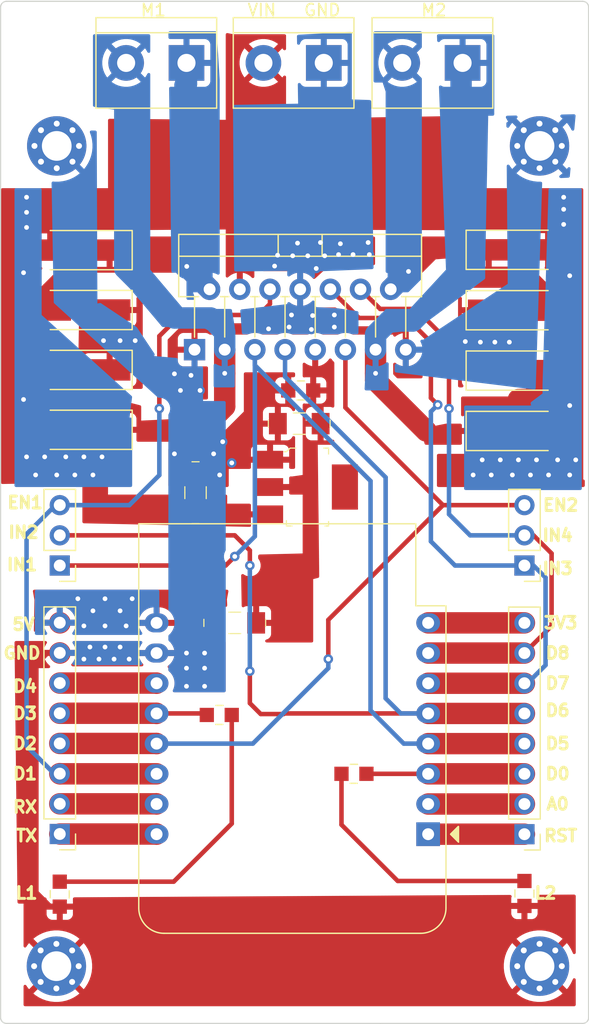
<source format=kicad_pcb>
(kicad_pcb (version 20241229) (generator "pcbnew") (generator_version "9.0")
  (layers (0 "F.Cu" signal) (2 "B.Cu" signal) (13 "F.Paste" user) (15 "B.Paste" user) (5 "F.SilkS" user "F.Silkscreen") (7 "B.SilkS" user "B.Silkscreen") (1 "F.Mask" user) (3 "B.Mask" user) (25 "Edge.Cuts" user))
  (net 0 "")
  (net 1 "GND")
  (net 2 "5V")
  (net 3 "Net-(D2-Pad1)")
  (net 4 "12_Vin")
  (net 5 "Net-(D4-Pad1)")
  (net 6 "Net-(D6-Pad1)")
  (net 7 "Net-(D8-Pad1)")
  (net 8 "Net-(D10-Pad2)")
  (net 9 "Net-(D11-Pad2)")
  (net 10 "IN1{slash}D5")
  (net 11 "IN2{slash}D6")
  (net 12 "EN1{slash}D1")
  (net 13 "IN3{slash}D7")
  (net 14 "IN4{slash}D8")
  (net 15 "EN2{slash}D2")
  (net 16 "RST")
  (net 17 "A0")
  (net 18 "D0")
  (net 19 "3V3")
  (net 20 "TX")
  (net 21 "RX")
  (net 22 "D3")
  (net 23 "D4")
  (net 24 "5V_MD")
  (footprint "Connector_PinHeader_2.54mm:PinHeader_1x08_P2.54mm_Vertical" (layer "F.Cu") (at 93.98 116.063 180)
    (property "Reference" "J11" (hide yes))
    (property "Value" "Conn_01x08_Female" (hide yes))
  )
  (footprint "digikey-footprints:SOT-223" (layer "F.Cu") (at 114.833 86.868 -90)
    (property "Reference" "U6" (hide yes))
    (property "Value" "AMS1117-5.0" (hide yes))
  )
  (footprint "Diode_SMD:D_SMA_Handsoldering" (layer "F.Cu") (at 132.588 66.91)
    (property "Reference" "D8" (hide yes))
    (property "Value" "DIODE" (hide yes))
  )
  (footprint "TerminalBlock:TerminalBlock_bornier-2_P5.08mm" (layer "F.Cu") (at 116.205 51.181 180)
    (property "Reference" "J13" (hide yes))
    (property "Value" "Screw_Terminal_01x02" (hide yes))
  )
  (footprint "Diode_SMD:D_SMA_Handsoldering" (layer "F.Cu") (at 95.678 82.05169 180)
    (property "Reference" "D4" (hide yes))
    (property "Value" "DIODE" (hide yes))
  )
  (footprint "Diode_SMD:D_SMA_Handsoldering" (layer "F.Cu") (at 132.588 82.15)
    (property "Reference" "D6" (hide yes))
    (property "Value" "DIODE" (hide yes))
  )
  (footprint "Module:WEMOS_D1_mini_light" (layer "F.Cu") (at 124.991 116.078 180)
    (property "Reference" "U4" (hide yes))
    (property "Value" "WeMos_D1_mini" (hide yes))
  )
  (footprint "Package_TO_SOT_THT:TO-220-15_P2.54x2.54mm_StaggerOdd_Lead4.58mm_Vertical" (layer "F.Cu") (at 105.325 75.309)
    (property "Reference" "U2" (hide yes))
    (property "Value" "L298N" (hide yes))
  )
  (footprint "MountingHole:MountingHole_2.5mm_Pad_Via" (layer "F.Cu") (at 134.366 58.166)
    (property "Reference" "REF**" (hide yes))
    (property "Value" "MountingHole_2.5mm_Pad_Via" (hide yes))
  )
  (footprint "digikey-footprints:0805" (layer "F.Cu") (at 107.408 106.045 180)
    (property "Reference" "R12" (hide yes))
    (property "Value" "1k" (hide yes))
  )
  (footprint "MountingHole:MountingHole_2.5mm_Pad_Via" (layer "F.Cu") (at 134.366 127.182825)
    (property "Reference" "REF**" (hide yes))
    (property "Value" "MountingHole_2.5mm_Pad_Via" (hide yes))
  )
  (footprint "Diode_SMD:D_SMA_Handsoldering" (layer "F.Cu") (at 132.588 71.99)
    (property "Reference" "D9" (hide yes))
    (property "Value" "DIODE" (hide yes))
  )
  (footprint "Diode_SMD:D_SMA_Handsoldering" (layer "F.Cu") (at 95.678 71.97323 180)
    (property "Reference" "D3" (hide yes))
    (property "Value" "DIODE" (hide yes))
  )
  (footprint "MountingHole:MountingHole_2.5mm_Pad_Via" (layer "F.Cu") (at 93.696 127.182825)
    (property "Reference" "REF**" (hide yes))
    (property "Value" "MountingHole_2.5mm_Pad_Via" (hide yes))
  )
  (footprint "digikey-footprints:1206" (layer "F.Cu") (at 114.139 81.534 180)
    (property "Reference" "C7" (hide yes))
    (property "Value" "47uF" (hide yes))
  )
  (footprint "Connector_PinHeader_2.54mm:PinHeader_1x08_P2.54mm_Vertical" (layer "F.Cu") (at 133.096 116.078 180)
    (property "Reference" "J8" (hide yes))
    (property "Value" "Conn_01x08_Female" (hide yes))
  )
  (footprint "Connector_PinHeader_2.54mm:PinHeader_1x03_P2.54mm_Vertical" (layer "F.Cu") (at 133.096 93.472 180)
    (property "Reference" "J4" (hide yes))
    (property "Value" "Conn_01x03_Male" (hide yes))
  )
  (footprint "digikey-footprints:0805" (layer "F.Cu") (at 133.096 121.065 90)
    (property "Reference" "D10" (hide yes))
    (property "Value" "LED" (hide yes))
  )
  (footprint "Diode_SMD:D_SMA_Handsoldering" (layer "F.Cu") (at 132.588 77.07)
    (property "Reference" "D7" (hide yes))
    (property "Value" "DIODE" (hide yes))
  )
  (footprint "Connector_PinHeader_2.54mm:PinHeader_1x03_P2.54mm_Vertical" (layer "F.Cu") (at 93.98 93.472 180)
    (property "Reference" "J3" (hide yes))
    (property "Value" "Conn_01x03_Male" (hide yes))
  )
  (footprint "digikey-footprints:1206" (layer "F.Cu") (at 105.41 87.342 90)
    (property "Reference" "C9" (hide yes))
    (property "Value" "47uF" (hide yes))
  )
  (footprint "digikey-footprints:0805" (layer "F.Cu") (at 114.266 78.74 180)
    (property "Reference" "C8" (hide yes))
    (property "Value" "100nF" (hide yes))
  )
  (footprint "TerminalBlock:TerminalBlock_bornier-2_P5.08mm" (layer "F.Cu") (at 127.889 51.181 180)
    (property "Reference" "J7" (hide yes))
    (property "Value" "M2" (hide yes))
  )
  (footprint "MountingHole:MountingHole_2.5mm_Pad_Via" (layer "F.Cu") (at 93.726 58.166)
    (property "Reference" "REF**" (hide yes))
    (property "Value" "MountingHole_2.5mm_Pad_Via" (hide yes))
  )
  (footprint "digikey-footprints:1206" (layer "F.Cu") (at 108.712 98.298 180)
    (property "Reference" "F2" (hide yes))
    (property "Value" "Fuse" (hide yes))
  )
  (footprint "digikey-footprints:0805" (layer "F.Cu") (at 118.745 110.998)
    (property "Reference" "R11" (hide yes))
    (property "Value" "1k" (hide yes))
  )
  (footprint "TerminalBlock:TerminalBlock_bornier-2_P5.08mm" (layer "F.Cu") (at 104.648 51.181 180)
    (property "Reference" "J6" (hide yes))
    (property "Value" "M1" (hide yes))
  )
  (footprint "Diode_SMD:D_SMA_Handsoldering" (layer "F.Cu") (at 95.678 66.934 180)
    (property "Reference" "D2" (hide yes))
    (property "Value" "DIODE" (hide yes))
  )
  (footprint "Diode_SMD:D_SMA_Handsoldering" (layer "F.Cu") (at 95.678 77.01246 180)
    (property "Reference" "D5" (hide yes))
    (property "Value" "DIODE" (hide yes))
  )
  (footprint "digikey-footprints:0805" (layer "F.Cu") (at 93.98 121.124 90)
    (property "Reference" "D11" (hide yes))
    (property "Value" "LED" (hide yes))
  )
  (gr_line (start 138.5 99.5) (end 138.5 111) (stroke (width 0.1)) (layer "Edge.Cuts"))
  (gr_arc (start 89 46.5) (mid 89.146447 46.146447) (end 89.5 46) (stroke (width 0.1)) (layer "Edge.Cuts"))
  (gr_line (start 138.5 123) (end 138.5 131.5) (stroke (width 0.1)) (layer "Edge.Cuts"))
  (gr_arc (start 138.5 131.5) (mid 138.353553 131.853553) (end 138 132) (stroke (width 0.1)) (layer "Edge.Cuts"))
  (gr_line (start 138.5 63.5) (end 138.5 77) (stroke (width 0.1)) (layer "Edge.Cuts"))
  (gr_line (start 138.5 77) (end 138.5 88) (stroke (width 0.1)) (layer "Edge.Cuts"))
  (gr_line (start 138.5 111) (end 138.5 123) (stroke (width 0.1)) (layer "Edge.Cuts"))
  (gr_line (start 134 132) (end 138 132) (stroke (width 0.1)) (layer "Edge.Cuts"))
  (gr_line (start 138.5 88) (end 138.5 99.5) (stroke (width 0.1)) (layer "Edge.Cuts"))
  (gr_arc (start 138 46) (mid 138.353553 46.146447) (end 138.5 46.5) (stroke (width 0.1)) (layer "Edge.Cuts"))
  (gr_line (start 89.5 132) (end 91 132) (stroke (width 0.1)) (layer "Edge.Cuts"))
  (gr_line (start 134 132) (end 121 132) (stroke (width 0.1)) (layer "Edge.Cuts"))
  (gr_line (start 138.5 51) (end 138.5 46.5) (stroke (width 0.1)) (layer "Edge.Cuts"))
  (gr_line (start 89 131.5) (end 89 130.5) (stroke (width 0.1)) (layer "Edge.Cuts"))
  (gr_line (start 105 132) (end 121 132) (stroke (width 0.1)) (layer "Edge.Cuts"))
  (gr_line (start 89 46.5) (end 89 130.5) (stroke (width 0.1)) (layer "Edge.Cuts"))
  (gr_arc (start 89.5 132) (mid 89.146447 131.853553) (end 89 131.5) (stroke (width 0.1)) (layer "Edge.Cuts"))
  (gr_line (start 91 132) (end 105 132) (stroke (width 0.1)) (layer "Edge.Cuts"))
  (gr_line (start 138 46) (end 89.5 46) (stroke (width 0.1)) (layer "Edge.Cuts"))
  (gr_line (start 138.5 51) (end 138.5 63.5) (stroke (width 0.1)) (layer "Edge.Cuts"))
  (gr_text "VIN\n" (at 110.998 46.736 0) (layer "F.SilkS") (effects (font (size 1 1))))
  (gr_text "A0" (at 135.89 113.538 0) (layer "F.SilkS") (effects (font (size 1 1) (thickness 0.25))))
  (gr_text "5V" (at 90.932 98.425 0) (layer "F.SilkS") (effects (font (size 1 1) (thickness 0.25))))
  (gr_text "D1" (at 91.059 110.998 0) (layer "F.SilkS") (effects (font (size 1 1) (thickness 0.25))))
  (gr_text "M1" (at 101.854 46.736 0) (layer "F.SilkS") (effects (font (size 1 1))))
  (gr_text "M2\n" (at 125.476 46.736 0) (layer "F.SilkS") (effects (font (size 1 1))))
  (gr_text "L2" (at 134.874 121.031 0) (layer "F.SilkS") (effects (font (size 1 1) (thickness 0.25))))
  (gr_text "D8\n" (at 135.89 100.838 0) (layer "F.SilkS") (effects (font (size 1 1) (thickness 0.25))))
  (gr_text "GND\n" (at 116.078 46.736 0) (layer "F.SilkS") (effects (font (size 1 1))))
  (gr_text "TX" (at 91.186 116.205 0) (layer "F.SilkS") (effects (font (size 1 1) (thickness 0.25))))
  (gr_text "IN3\n" (at 135.89 93.726 0) (layer "F.SilkS") (effects (font (size 1 1) (thickness 0.25))))
  (gr_text "EN1\n" (at 91.06 88.178 0) (layer "F.SilkS") (effects (font (size 1 1) (thickness 0.25))))
  (gr_text "D6\n" (at 135.89 105.664 0) (layer "F.SilkS") (effects (font (size 1 1) (thickness 0.25))))
  (gr_text "D7\n" (at 135.89 103.378 0) (layer "F.SilkS") (effects (font (size 1 1) (thickness 0.25))))
  (gr_text "D4" (at 91.059 103.632 0) (layer "F.SilkS") (effects (font (size 1 1) (thickness 0.25))))
  (gr_text "RST" (at 136.144 116.205 0) (layer "F.SilkS") (effects (font (size 1 1) (thickness 0.25))))
  (gr_text "IN2\n" (at 90.932 90.678 0) (layer "F.SilkS") (effects (font (size 1 1) (thickness 0.25))))
  (gr_text "L1" (at 91.186 121.031 0) (layer "F.SilkS") (effects (font (size 1 1) (thickness 0.25))))
  (gr_text "3V3" (at 136.144 98.298 0) (layer "F.SilkS") (effects (font (size 1 1) (thickness 0.25))))
  (gr_text "IN4\n" (at 135.89 90.932 0) (layer "F.SilkS") (effects (font (size 1 1) (thickness 0.25))))
  (gr_text "IN1" (at 90.806 93.404 0) (layer "F.SilkS") (effects (font (size 1 1) (thickness 0.25))))
  (gr_text "D2" (at 91.059 108.458 0) (layer "F.SilkS") (effects (font (size 1 1) (thickness 0.25))))
  (gr_text "RX" (at 91.059 113.792 0) (layer "F.SilkS") (effects (font (size 1 1) (thickness 0.25))))
  (gr_text "GND\n" (at 90.805 100.838 0) (layer "F.SilkS") (effects (font (size 1 1) (thickness 0.25))))
  (gr_text "D0" (at 135.89 110.998 0) (layer "F.SilkS") (effects (font (size 1 1) (thickness 0.25))))
  (gr_text "EN2" (at 136.144 88.392 0) (layer "F.SilkS") (effects (font (size 1 1) (thickness 0.25))))
  (gr_text "D3" (at 91.059 105.918 0) (layer "F.SilkS") (effects (font (size 1 1) (thickness 0.25))))
  (gr_text "D5" (at 135.89 108.458 0) (layer "F.SilkS") (effects (font (size 1 1) (thickness 0.25))))
  (segment (start 107.696 83.058) (end 109.206 84.568) (width 0.381) (layer "F.Cu") (net 1))
  (segment (start 93.98 100.823) (end 92.979 100.823) (width 0.381) (layer "F.Cu") (net 1))
  (segment (start 93.218 122.174) (end 93.98 122.174) (width 0.381) (layer "F.Cu") (net 1))
  (segment (start 91.9988 101.8032) (end 91.9988 120.9548) (width 0.381) (layer "F.Cu") (net 1))
  (segment (start 109.206 84.568) (end 111.683 84.568) (width 0.381) (layer "F.Cu") (net 1))
  (segment (start 92.979 100.823) (end 91.9988 101.8032) (width 0.381) (layer "F.Cu") (net 1))
  (segment (start 91.9988 120.9548) (end 93.218 122.174) (width 0.381) (layer "F.Cu") (net 1))
  (segment (start 93.995 100.838) (end 93.98 100.823) (width 1.8) (layer "F.Cu") (net 1))
  (segment (start 105.325 75.309) (end 105.325 74.761) (width 0.508) (layer "F.Cu") (net 1))
  (via (at 113.9952 66.3448) (size 0.8) (drill 0.4) (layers "F.Cu" "B.Cu") (net 1))
  (via (at 104.14 78.74) (size 0.8) (drill 0.4) (layers "F.Cu" "B.Cu") (net 1))
  (via (at 106.934 84.074) (size 0.8) (drill 0.4) (layers "F.Cu" "B.Cu") (net 1))
  (via (at 129.3876 74.676) (size 0.8) (drill 0.4) (layers "F.Cu" "B.Cu") (net 1))
  (via (at 105.029 77.47) (size 0.8) (drill 0.4) (layers "F.Cu" "B.Cu") (net 1))
  (via (at 96.012 101.346) (size 0.8) (drill 0.4) (layers "F.Cu" "B.Cu") (net 1))
  (via (at 107.442 85.852) (size 0.8) (drill 0.4) (layers "F.Cu" "B.Cu") (net 1))
  (via (at 97.663 74.549) (size 0.8) (drill 0.4) (layers "F.Cu" "B.Cu") (net 1))
  (via (at 117.094 73.406) (size 0.8) (drill 0.4) (layers "F.Cu" "B.Cu") (net 1))
  (via (at 131.826 74.676) (size 0.8) (drill 0.4) (layers "F.Cu" "B.Cu") (net 1))
  (via (at 106.172 100.838) (size 0.8) (drill 0.4) (layers "F.Cu" "B.Cu") (net 1))
  (via (at 103.632 77.343) (size 0.8) (drill 0.4) (layers "F.Cu" "B.Cu") (net 1))
  (via (at 115.57 68.4784) (size 0.8) (drill 0.4) (layers "F.Cu" "B.Cu") (net 1))
  (via (at 130.6068 74.676) (size 0.8) (drill 0.4) (layers "F.Cu" "B.Cu") (net 1))
  (via (at 115.2652 72.4408) (size 0.8) (drill 0.4) (layers "F.Cu" "B.Cu") (net 1))
  (via (at 99.06 74.549) (size 0.8) (drill 0.4) (layers "F.Cu" "B.Cu") (net 1))
  (via (at 114.8588 67.4116) (size 0.8) (drill 0.4) (layers "F.Cu" "B.Cu") (net 1))
  (via (at 104.648 102.108) (size 0.8) (drill 0.4) (layers "F.Cu" "B.Cu") (net 1))
  (via (at 97.79 100.33) (size 0.8) (drill 0.4) (layers "F.Cu" "B.Cu") (net 1))
  (via (at 105.791 78.74) (size 0.8) (drill 0.4) (layers "F.Cu" "B.Cu") (net 1))
  (via (at 112.0648 68.2752) (size 0.8) (drill 0.4) (layers "F.Cu" "B.Cu") (net 1))
  (via (at 120.0404 67.31) (size 0.8) (drill 0.4) (layers "F.Cu" "B.Cu") (net 1))
  (via (at 112.3188 67.3608) (size 0.8) (drill 0.4) (layers "F.Cu" "B.Cu") (net 1))
  (via (at 99.06 100.33) (size 0.8) (drill 0.4) (layers "F.Cu" "B.Cu") (net 1))
  (via (at 106.172 102.108) (size 0.8) (drill 0.4) (layers "F.Cu" "B.Cu") (net 1))
  (via (at 99.822 101.346) (size 0.8) (drill 0.4) (layers "F.Cu" "B.Cu") (net 1))
  (via (at 98.552 101.346) (size 0.8) (drill 0.4) (layers "F.Cu" "B.Cu") (net 1))
  (via (at 116.2812 67.4116) (size 0.8) (drill 0.4) (layers "F.Cu" "B.Cu") (net 1))
  (via (at 100.33 74.549) (size 0.8) (drill 0.4) (layers "F.Cu" "B.Cu") (net 1))
  (via (at 113.5888 67.4116) (size 0.8) (drill 0.4) (layers "F.Cu" "B.Cu") (net 1))
  (via (at 104.648 103.632) (size 0.8) (drill 0.4) (layers "F.Cu" "B.Cu") (net 1))
  (via (at 107.696 83.058) (size 0.8) (drill 0.4) (layers "F.Cu" "B.Cu") (net 1))
  (via (at 117.602 66.3956) (size 0.8) (drill 0.4) (layers "F.Cu" "B.Cu") (net 1))
  (via (at 117.094 72.39) (size 0.8) (drill 0.4) (layers "F.Cu" "B.Cu") (net 1))
  (via (at 115.9256 66.294) (size 0.8) (drill 0.4) (layers "F.Cu" "B.Cu") (net 1))
  (via (at 111.5568 73.5584) (size 0.8) (drill 0.4) (layers "F.Cu" "B.Cu") (net 1))
  (via (at 119.9388 66.294) (size 0.8) (drill 0.4) (layers "F.Cu" "B.Cu") (net 1))
  (via (at 104.648 100.838) (size 0.8) (drill 0.4) (layers "F.Cu" "B.Cu") (net 1))
  (via (at 97.282 101.346) (size 0.8) (drill 0.4) (layers "F.Cu" "B.Cu") (net 1))
  (via (at 113.284 73.406) (size 0.8) (drill 0.4) (layers "F.Cu" "B.Cu") (net 1))
  (via (at 106.172 103.632) (size 0.8) (drill 0.4) (layers "F.Cu" "B.Cu") (net 1))
  (via (at 113.4872 72.39) (size 0.8) (drill 0.4) (layers "F.Cu" "B.Cu") (net 1))
  (via (at 108.458 84.836) (size 0.8) (drill 0.4) (layers "F.Cu" "B.Cu") (net 1))
  (via (at 117.4496 67.31) (size 0.8) (drill 0.4) (layers "F.Cu" "B.Cu") (net 1))
  (via (at 103.632 84.074) (size 0.8) (drill 0.4) (layers "F.Cu" "B.Cu") (net 1))
  (via (at 96.52 100.33) (size 0.8) (drill 0.4) (layers "F.Cu" "B.Cu") (net 1))
  (via (at 128.1176 74.6252) (size 0.8) (drill 0.4) (layers "F.Cu" "B.Cu") (net 1))
  (via (at 118.6688 67.31) (size 0.8) (drill 0.4) (layers "F.Cu" "B.Cu") (net 1))
  (via (at 115.1636 73.6092) (size 0.8) (drill 0.4) (layers "F.Cu" "B.Cu") (net 1))
  (segment (start 116.078 51.308) (end 116.205 51.181) (width 1.8) (layer "B.Cu") (net 1))
  (segment (start 93.995 98.298) (end 93.98 98.283) (width 1.8) (layer "F.Cu") (net 2))
  (via (at 97.79 96.266) (size 0.8) (drill 0.4) (layers "F.Cu" "B.Cu") (net 2))
  (via (at 99.06 97.282) (size 0.8) (drill 0.4) (layers "F.Cu" "B.Cu") (net 2))
  (via (at 96.774 97.282) (size 0.8) (drill 0.4) (layers "F.Cu" "B.Cu") (net 2))
  (via (at 97.79 98.552) (size 0.8) (drill 0.4) (layers "F.Cu" "B.Cu") (net 2))
  (via (at 95.504 96.266) (size 0.8) (drill 0.4) (layers "F.Cu" "B.Cu") (net 2))
  (via (at 99.568 98.552) (size 0.8) (drill 0.4) (layers "F.Cu" "B.Cu") (net 2))
  (via (at 96.012 98.552) (size 0.8) (drill 0.4) (layers "F.Cu" "B.Cu") (net 2))
  (via (at 100.076 96.266) (size 0.8) (drill 0.4) (layers "F.Cu" "B.Cu") (net 2))
  (segment (start 93.178 70.525) (end 94.234 69.469) (width 1.8) (layer "F.Cu") (net 3))
  (segment (start 103.3 66.934) (end 104.67 68.304) (width 1.8) (layer "F.Cu") (net 3))
  (segment (start 98.178 66.934) (end 100.462 66.934) (width 0.381) (layer "F.Cu") (net 3))
  (segment (start 93.178 71.97323) (end 93.178 70.525) (width 1.8) (layer "F.Cu") (net 3))
  (segment (start 104.67 68.304) (end 106.595 70.229) (width 1.8) (layer "F.Cu") (net 3))
  (segment (start 94.234 69.469) (end 95.885 69.469) (width 1.8) (layer "F.Cu") (net 3))
  (via (at 104.67 68.304) (size 0.8) (drill 0.4) (layers "F.Cu" "B.Cu") (net 3))
  (segment (start 104.819 68.453) (end 104.648 68.453) (width 1.8) (layer "B.Cu") (net 3))
  (segment (start 104.648 52.959) (end 104.648 51.181) (width 1.8) (layer "B.Cu") (net 3))
  (segment (start 104.521 53.086) (end 104.648 52.959) (width 1.8) (layer "B.Cu") (net 3))
  (segment (start 104.521 68.326) (end 104.521 53.086) (width 1.8) (layer "B.Cu") (net 3))
  (segment (start 104.648 68.453) (end 104.521 68.326) (width 1.8) (layer "B.Cu") (net 3))
  (segment (start 106.595 70.229) (end 104.819 68.453) (width 1.8) (layer "B.Cu") (net 3))
  (via (at 136.906 85.852) (size 0.8) (drill 0.4) (layers "F.Cu" "B.Cu") (net 4))
  (via (at 90.932 68.834) (size 0.8) (drill 0.4) (layers "F.Cu" "B.Cu") (net 4))
  (via (at 94.488 84.328) (size 0.8) (drill 0.4) (layers "F.Cu" "B.Cu") (net 4))
  (via (at 134.112 84.582) (size 0.8) (drill 0.4) (layers "F.Cu" "B.Cu") (net 4))
  (via (at 91.948 85.852) (size 0.8) (drill 0.4) (layers "F.Cu" "B.Cu") (net 4))
  (via (at 131.064 84.582) (size 0.8) (drill 0.4) (layers "F.Cu" "B.Cu") (net 4))
  (via (at 130.302 85.852) (size 0.8) (drill 0.4) (layers "F.Cu" "B.Cu") (net 4))
  (via (at 136.398 63.5) (size 0.8) (drill 0.4) (layers "F.Cu" "B.Cu") (net 4))
  (via (at 91.186 65.024) (size 0.8) (drill 0.4) (layers "F.Cu" "B.Cu") (net 4))
  (via (at 93.726 85.852) (size 0.8) (drill 0.4) (layers "F.Cu" "B.Cu") (net 4))
  (via (at 135.89 84.582) (size 0.8) (drill 0.4) (layers "F.Cu" "B.Cu") (net 4))
  (via (at 96.012 84.328) (size 0.8) (drill 0.4) (layers "F.Cu" "B.Cu") (net 4))
  (via (at 132.08 85.852) (size 0.8) (drill 0.4) (layers "F.Cu" "B.Cu") (net 4))
  (via (at 132.588 84.582) (size 0.8) (drill 0.4) (layers "F.Cu" "B.Cu") (net 4))
  (via (at 92.71 84.328) (size 0.8) (drill 0.4) (layers "F.Cu" "B.Cu") (net 4))
  (via (at 133.604 85.852) (size 0.8) (drill 0.4) (layers "F.Cu" "B.Cu") (net 4))
  (via (at 91.186 84.328) (size 0.8) (drill 0.4) (layers "F.Cu" "B.Cu") (net 4))
  (via (at 136.906 80.01) (size 0.8) (drill 0.4) (layers "F.Cu" "B.Cu") (net 4))
  (via (at 91.186 63.754) (size 0.8) (drill 0.4) (layers "F.Cu" "B.Cu") (net 4))
  (via (at 90.932 79.502) (size 0.8) (drill 0.4) (layers "F.Cu" "B.Cu") (net 4))
  (via (at 91.186 62.484) (size 0.8) (drill 0.4) (layers "F.Cu" "B.Cu") (net 4))
  (via (at 128.778 85.852) (size 0.8) (drill 0.4) (layers "F.Cu" "B.Cu") (net 4))
  (via (at 137.414 84.582) (size 0.8) (drill 0.4) (layers "F.Cu" "B.Cu") (net 4))
  (via (at 129.54 84.582) (size 0.8) (drill 0.4) (layers "F.Cu" "B.Cu") (net 4))
  (via (at 96.774 85.852) (size 0.8) (drill 0.4) (layers "F.Cu" "B.Cu") (net 4))
  (via (at 97.536 84.328) (size 0.8) (drill 0.4) (layers "F.Cu" "B.Cu") (net 4))
  (via (at 135.128 85.852) (size 0.8) (drill 0.4) (layers "F.Cu" "B.Cu") (net 4))
  (via (at 136.906 69.088) (size 0.8) (drill 0.4) (layers "F.Cu" "B.Cu") (net 4))
  (via (at 136.398 64.77) (size 0.8) (drill 0.4) (layers "F.Cu" "B.Cu") (net 4))
  (via (at 136.398 62.484) (size 0.8) (drill 0.4) (layers "F.Cu" "B.Cu") (net 4))
  (via (at 95.25 85.852) (size 0.8) (drill 0.4) (layers "F.Cu" "B.Cu") (net 4))
  (segment (start 93.178 78.7) (end 94.107 79.629) (width 1.8) (layer "F.Cu") (net 5))
  (segment (start 105.90831 82.05169) (end 107.865 80.095) (width 1.8) (layer "F.Cu") (net 5))
  (segment (start 98.178 82.049) (end 98.178 82.05169) (width 1.8) (layer "F.Cu") (net 5))
  (segment (start 107.865 80.095) (end 107.865 77.301) (width 1.8) (layer "F.Cu") (net 5))
  (segment (start 93.178 77.01246) (end 93.178 78.7) (width 1.8) (layer "F.Cu") (net 5))
  (segment (start 107.865 77.301) (end 107.865 75.309) (width 1.8) (layer "F.Cu") (net 5))
  (segment (start 94.107 79.629) (end 95.758 79.629) (width 1.8) (layer "F.Cu") (net 5))
  (via (at 107.865 77.301) (size 0.8) (drill 0.4) (layers "F.Cu" "B.Cu") (net 5))
  (segment (start 107.865 73.829) (end 106.68 72.644) (width 1.8) (layer "B.Cu") (net 5))
  (segment (start 107.865 75.309) (end 107.865 73.829) (width 1.8) (layer "B.Cu") (net 5))
  (segment (start 103.632 72.644) (end 99.441 68.453) (width 1.8) (layer "B.Cu") (net 5))
  (segment (start 106.68 72.644) (end 103.632 72.644) (width 1.8) (layer "B.Cu") (net 5))
  (segment (start 124.822 82.15) (end 120.565 77.893) (width 1.8) (layer "F.Cu") (net 6))
  (segment (start 120.565 77.301) (end 120.565 75.309) (width 1.8) (layer "F.Cu") (net 6))
  (segment (start 130.088 82.002) (end 130.088 82.15) (width 1.8) (layer "F.Cu") (net 6))
  (segment (start 133.604 79.502) (end 132.588 79.502) (width 1.8) (layer "F.Cu") (net 6))
  (segment (start 120.565 77.893) (end 120.565 77.301) (width 1.8) (layer "F.Cu") (net 6))
  (segment (start 135.088 77.07) (end 135.088 78.018) (width 1.8) (layer "F.Cu") (net 6))
  (segment (start 135.088 78.018) (end 133.604 79.502) (width 1.8) (layer "F.Cu") (net 6))
  (via (at 120.565 77.301) (size 0.8) (drill 0.4) (layers "F.Cu" "B.Cu") (net 6))
  (segment (start 120.565 74.036208) (end 121.703208 72.898) (width 1.8) (layer "B.Cu") (net 6))
  (segment (start 123.698 72.898) (end 127.635 68.961) (width 1.8) (layer "B.Cu") (net 6))
  (segment (start 127.762 51.308) (end 127.889 51.181) (width 1.8) (layer "B.Cu") (net 6))
  (segment (start 127.762 68.834) (end 127.762 51.308) (width 1.8) (layer "B.Cu") (net 6))
  (segment (start 121.703208 72.898) (end 123.698 72.898) (width 1.8) (layer "B.Cu") (net 6))
  (segment (start 120.565 75.309) (end 120.565 74.036208) (width 1.8) (layer "B.Cu") (net 6))
  (segment (start 135.088 71.08) (end 135.088 71.99) (width 1.8) (layer "F.Cu") (net 7))
  (segment (start 125.154 66.91) (end 123.337 68.727) (width 1.8) (layer "F.Cu") (net 7))
  (segment (start 133.731 69.723) (end 135.088 71.08) (width 1.8) (layer "F.Cu") (net 7))
  (segment (start 131.953 69.723) (end 133.731 69.723) (width 1.8) (layer "F.Cu") (net 7))
  (segment (start 123.337 68.727) (end 121.835 70.229) (width 1.8) (layer "F.Cu") (net 7))
  (via (at 123.337 68.727) (size 0.8) (drill 0.4) (layers "F.Cu" "B.Cu") (net 7))
  (segment (start 121.835 70.229) (end 122.682 69.382) (width 1.8) (layer "B.Cu") (net 7))
  (segment (start 122.682 51.308) (end 122.809 51.181) (width 1.8) (layer "B.Cu") (net 7))
  (segment (start 133.096 120.015) (end 122.428 120.015) (width 0.381) (layer "F.Cu") (net 8))
  (segment (start 122.428 120.015) (end 117.695 115.282) (width 0.381) (layer "F.Cu") (net 8))
  (segment (start 117.695 115.282) (end 117.695 110.998) (width 0.381) (layer "F.Cu") (net 8))
  (segment (start 93.98 120.074) (end 103.573 120.074) (width 0.381) (layer "F.Cu") (net 9))
  (segment (start 103.573 120.074) (end 108.458 115.189) (width 0.381) (layer "F.Cu") (net 9))
  (segment (start 108.458 115.189) (end 108.458 106.045) (width 0.381) (layer "F.Cu") (net 9))
  (segment (start 107.95 93.472) (end 93.98 93.472) (width 0.381) (layer "F.Cu") (net 10))
  (segment (start 108.712 92.71) (end 107.95 93.472) (width 0.381) (layer "F.Cu") (net 10))
  (segment (start 124.991 108.458) (end 133.096 108.458) (width 1.8) (layer "F.Cu") (net 10))
  (via (at 108.712 92.71) (size 0.8) (drill 0.4) (layers "F.Cu" "B.Cu") (net 10))
  (segment (start 110.405 76.623) (end 110.405 75.309) (width 0.381) (layer "B.Cu") (net 10))
  (segment (start 122.936 108.458) (end 120.142 105.664) (width 0.381) (layer "B.Cu") (net 10))
  (segment (start 120.142 105.664) (end 120.142 86.36) (width 0.381) (layer "B.Cu") (net 10))
  (segment (start 124.991 108.458) (end 122.936 108.458) (width 0.381) (layer "B.Cu") (net 10))
  (segment (start 110.405 91.017) (end 110.405 75.309) (width 0.381) (layer "B.Cu") (net 10))
  (segment (start 108.712 92.71) (end 110.405 91.017) (width 0.381) (layer "B.Cu") (net 10))
  (segment (start 120.142 86.36) (end 110.405 76.623) (width 0.381) (layer "B.Cu") (net 10))
  (segment (start 124.991 105.918) (end 133.096 105.918) (width 1.8) (layer "F.Cu") (net 11))
  (segment (start 124.991 105.918) (end 112.8776 105.918) (width 0.381) (layer "F.Cu") (net 11))
  (segment (start 109.982 105.0544) (end 109.982 102.362) (width 0.381) (layer "F.Cu") (net 11))
  (segment (start 112.8268 105.9688) (end 110.8964 105.9688) (width 0.381) (layer "F.Cu") (net 11))
  (segment (start 112.8776 105.918) (end 112.8268 105.9688) (width 0.381) (layer "F.Cu") (net 11))
  (segment (start 109.982 93.472) (end 109.982 92.202) (width 0.381) (layer "F.Cu") (net 11))
  (segment (start 108.712 90.932) (end 93.98 90.932) (width 0.381) (layer "F.Cu") (net 11))
  (segment (start 110.8964 105.9688) (end 109.982 105.0544) (width 0.381) (layer "F.Cu") (net 11))
  (segment (start 109.982 92.202) (end 108.712 90.932) (width 0.381) (layer "F.Cu") (net 11))
  (via (at 109.982 102.362) (size 0.8) (drill 0.4) (layers "F.Cu" "B.Cu") (net 11))
  (via (at 109.982 93.472) (size 0.8) (drill 0.4) (layers "F.Cu" "B.Cu") (net 11))
  (segment (start 124.991 105.918) (end 122.682 105.918) (width 0.381) (layer "B.Cu") (net 11))
  (segment (start 122.682 105.918) (end 121.412 104.648) (width 0.381) (layer "B.Cu") (net 11))
  (segment (start 109.982 93.472) (end 109.982 102.362) (width 0.381) (layer "B.Cu") (net 11))
  (segment (start 121.412 86.0552) (end 112.945 77.5882) (width 0.381) (layer "B.Cu") (net 11))
  (segment (start 112.945 77.5882) (end 112.945 75.309) (width 0.381) (layer "B.Cu") (net 11))
  (segment (start 121.412 104.648) (end 121.412 86.0552) (width 0.381) (layer "B.Cu") (net 11))
  (segment (start 104.14 72.39) (end 102.362 74.168) (width 0.381) (layer "F.Cu") (net 12))
  (segment (start 111.675 70.229) (end 111.675 71.459) (width 0.381) (layer "F.Cu") (net 12))
  (segment (start 102.362 74.168) (end 102.362 80.264) (width 0.381) (layer "F.Cu") (net 12))
  (segment (start 110.744 72.39) (end 104.14 72.39) (width 0.381) (layer "F.Cu") (net 12))
  (segment (start 111.675 71.459) (end 110.998 72.136) (width 0.381) (layer "F.Cu") (net 12))
  (segment (start 93.995 110.998) (end 93.98 110.983) (width 1.8) (layer "F.Cu") (net 12))
  (segment (start 110.998 72.136) (end 110.744 72.39) (width 0.381) (layer "F.Cu") (net 12))
  (segment (start 102.131 110.998) (end 93.995 110.998) (width 1.8) (layer "F.Cu") (net 12))
  (via (at 102.362 80.264) (size 0.8) (drill 0.4) (layers "F.Cu" "B.Cu") (net 12))
  (segment (start 99.837 88.392) (end 93.98 88.392) (width 0.381) (layer "B.Cu") (net 12))
  (segment (start 102.362 80.264) (end 102.362 85.867) (width 0.381) (layer "B.Cu") (net 12))
  (segment (start 93.5078 110.983) (end 93.98 110.983) (width 0.381) (layer "B.Cu") (net 12))
  (segment (start 91.186 108.6612) (end 93.5078 110.983) (width 0.381) (layer "B.Cu") (net 12))
  (segment (start 102.362 85.867) (end 99.837 88.392) (width 0.381) (layer "B.Cu") (net 12))
  (segment (start 93.6244 88.392) (end 91.186 90.8304) (width 0.381) (layer "B.Cu") (net 12))
  (segment (start 91.186 90.8304) (end 91.186 108.6612) (width 0.381) (layer "B.Cu") (net 12))
  (segment (start 93.98 88.392) (end 93.6244 88.392) (width 0.381) (layer "B.Cu") (net 12))
  (segment (start 125.222 74.676) (end 123.19 72.644) (width 0.381) (layer "F.Cu") (net 13))
  (segment (start 125.222 79.371737) (end 125.222 74.676) (width 0.381) (layer "F.Cu") (net 13))
  (segment (start 124.991 103.378) (end 133.096 103.378) (width 1.8) (layer "F.Cu") (net 13))
  (segment (start 123.19 72.644) (end 119.17 72.644) (width 0.381) (layer "F.Cu") (net 13))
  (segment (start 119.17 72.644) (end 116.755 70.229) (width 0.381) (layer "F.Cu") (net 13))
  (segment (start 125.797495 79.947232) (end 125.222 79.371737) (width 0.381) (layer "F.Cu") (net 13))
  (via (at 125.797495 79.947232) (size 0.8) (drill 0.4) (layers "F.Cu" "B.Cu") (net 13))
  (segment (start 133.858 93.472) (end 134.874 94.488) (width 0.381) (layer "B.Cu") (net 13))
  (segment (start 134.874 94.488) (end 134.874 101.854) (width 0.381) (layer "B.Cu") (net 13))
  (segment (start 125.222 91.44) (end 127.254 93.472) (width 0.381) (layer "B.Cu") (net 13))
  (segment (start 125.797495 79.947232) (end 125.222 80.522727) (width 0.381) (layer "B.Cu") (net 13))
  (segment (start 125.222 80.522727) (end 125.222 91.44) (width 0.381) (layer "B.Cu") (net 13))
  (segment (start 127.254 93.472) (end 133.858 93.472) (width 0.381) (layer "B.Cu") (net 13))
  (segment (start 134.874 101.854) (end 133.35 103.378) (width 0.381) (layer "B.Cu") (net 13))
  (segment (start 133.858 90.932) (end 133.096 90.932) (width 0.381) (layer "F.Cu") (net 14))
  (segment (start 124.991 100.838) (end 133.096 100.838) (width 1.8) (layer "F.Cu") (net 14))
  (segment (start 120.948 71.882) (end 123.952 71.882) (width 0.381) (layer "F.Cu") (net 14))
  (segment (start 119.295 70.229) (end 120.948 71.882) (width 0.381) (layer "F.Cu") (net 14))
  (segment (start 123.952 71.882) (end 126.746 74.676) (width 0.381) (layer "F.Cu") (net 14))
  (segment (start 135.382 98.552) (end 135.382 92.456) (width 0.381) (layer "F.Cu") (net 14))
  (segment (start 135.382 92.456) (end 133.858 90.932) (width 0.381) (layer "F.Cu") (net 14))
  (segment (start 133.096 100.838) (end 135.382 98.552) (width 0.381) (layer "F.Cu") (net 14))
  (segment (start 126.746 74.676) (end 126.746 80.264) (width 0.381) (layer "F.Cu") (net 14))
  (via (at 126.746 80.264) (size 0.8) (drill 0.4) (layers "F.Cu" "B.Cu") (net 14))
  (segment (start 128.524 90.932) (end 133.096 90.932) (width 0.381) (layer "B.Cu") (net 14))
  (segment (start 126.746 80.264) (end 126.746 89.154) (width 0.381) (layer "B.Cu") (net 14))
  (segment (start 126.746 89.154) (end 128.524 90.932) (width 0.381) (layer "B.Cu") (net 14))
  (segment (start 116.586 101.346) (end 116.586 98.044) (width 0.381) (layer "F.Cu") (net 15))
  (segment (start 93.98 108.443) (end 102.116 108.443) (width 1.8) (layer "F.Cu") (net 15))
  (segment (start 116.586 98.044) (end 126.238 88.392) (width 0.381) (layer "F.Cu") (net 15))
  (segment (start 126.238 88.392) (end 133.096 88.392) (width 0.381) (layer "F.Cu") (net 15))
  (segment (start 118.025 80.179) (end 126.238 88.392) (width 0.381) (layer "F.Cu") (net 15))
  (segment (start 102.116 108.443) (end 102.131 108.458) (width 1.8) (layer "F.Cu") (net 15))
  (segment (start 118.025 75.309) (end 118.025 80.179) (width 0.381) (layer "F.Cu") (net 15))
  (via (at 116.586 101.346) (size 0.8) (drill 0.4) (layers "F.Cu" "B.Cu") (net 15))
  (segment (start 116.586 101.346) (end 116.586 102.108) (width 0.381) (layer "B.Cu") (net 15))
  (segment (start 116.586 102.108) (end 110.236 108.458) (width 0.381) (layer "B.Cu") (net 15))
  (segment (start 110.236 108.458) (end 102.131 108.458) (width 0.381) (layer "B.Cu") (net 15))
  (segment (start 124.991 116.078) (end 133.096 116.078) (width 1.8) (layer "F.Cu") (net 16))
  (segment (start 124.991 113.538) (end 133.096 113.538) (width 1.8) (layer "F.Cu") (net 17))
  (segment (start 124.991 110.998) (end 133.096 110.998) (width 1.8) (layer "F.Cu") (net 18))
  (segment (start 119.795 110.998) (end 124.991 110.998) (width 0.381) (layer "F.Cu") (net 18))
  (segment (start 124.991 98.298) (end 133.096 98.298) (width 1.8) (layer "F.Cu") (net 19))
  (segment (start 93.98 116.063) (end 102.116 116.063) (width 1.8) (layer "F.Cu") (net 20))
  (segment (start 102.116 116.063) (end 102.131 116.078) (width 1.8) (layer "F.Cu") (net 20))
  (segment (start 102.116 113.523) (end 102.131 113.538) (width 1.8) (layer "F.Cu") (net 21))
  (segment (start 93.98 113.523) (end 102.116 113.523) (width 1.8) (layer "F.Cu") (net 21))
  (segment (start 102.116 105.903) (end 102.131 105.918) (width 1.8) (layer "F.Cu") (net 22))
  (segment (start 102.131 105.918) (end 106.231 105.918) (width 0.381) (layer "F.Cu") (net 22))
  (segment (start 93.98 105.903) (end 102.116 105.903) (width 1.8) (layer "F.Cu") (net 22))
  (segment (start 106.231 105.918) (end 106.358 106.045) (width 0.381) (layer "F.Cu") (net 22))
  (segment (start 102.116 103.363) (end 102.131 103.378) (width 1.8) (layer "F.Cu") (net 23))
  (segment (start 93.98 103.363) (end 102.116 103.363) (width 1.8) (layer "F.Cu") (net 23))
  (zone (net 1) (net_name "GND") (layer "F.Cu") (connect_pads (clearance 0.508)) (min_thickness 0.254) (fill yes (thermal_gap 0.508) (thermal_bridge_width 0.508))
    (polygon (pts (xy 132.4864 78.486) (xy 127.508 78.486) (xy 127.508 70.866) (xy 132.4864 70.866)))
  )
  (zone (net 3) (net_name "Net-(D2-Pad1)") (layer "F.Cu") (connect_pads (clearance 0.508)) (min_thickness 0.254) (fill yes (thermal_gap 0.508) (thermal_bridge_width 0.508))
    (polygon (pts (xy 103.632 68.834) (xy 96.774 68.834) (xy 96.774 69.85) (xy 94.996 69.85) (xy 95.25 68.58) (xy 96.266 68.58) (xy 96.266 65.786) (xy 103.632 65.786)))
  )
  (zone (net 5) (net_name "Net-(D4-Pad1)") (layer "F.Cu") (connect_pads (clearance 0.508)) (min_thickness 0.254) (fill yes (thermal_gap 0.508) (thermal_bridge_width 0.508))
    (polygon (pts (xy 96.52 79.248) (xy 98.806 79.502) (xy 100.838 80.01) (xy 100.838 81.28) (xy 105.918 81.026) (xy 105.918 83.058) (xy 96.012 83.058) (xy 96.012 81.026) (xy 96.012 79.248)))
  )
  (zone (net 6) (net_name "Net-(D6-Pad1)") (layer "F.Cu") (connect_pads (clearance 0.508)) (min_thickness 0.254) (fill yes (thermal_gap 0.508) (thermal_bridge_width 0.508))
    (polygon (pts (xy 132.334 79.248) (xy 132.334 82.804) (xy 132.334 83.312) (xy 124.714 83.312) (xy 124.46 82.296) (xy 125.222 81.788) (xy 126.492 81.534) (xy 127.762 81.534) (xy 127.762 79.248) (xy 131.826 79.248)))
  )
  (zone (net 24) (net_name "5V_MD") (layer "F.Cu") (connect_pads (clearance 0.508)) (min_thickness 0.254) (fill yes (thermal_gap 0.508) (thermal_bridge_width 0.508))
    (polygon (pts (xy 117.094 83.312) (xy 115.697 83.312) (xy 115.824 94.488) (xy 115.316 94.615) (xy 115.316 99.949) (xy 109.347 99.949) (xy 109.22 92.583) (xy 114.427 92.456) (xy 114.427 87.503) (xy 110.363 87.503) (xy 110.363 85.852) (xy 113.538 85.979) (xy 114.427 85.852) (xy 114.427 74.676) (xy 117.094 74.676)))
  )
  (zone (net 7) (net_name "Net-(D8-Pad1)") (layer "F.Cu") (connect_pads (clearance 0.508)) (min_thickness 0.254) (fill yes (thermal_gap 0.508) (thermal_bridge_width 0.508))
    (polygon (pts (xy 131.826 70.104) (xy 127.508 70.104) (xy 127.508 67.564) (xy 124.206 67.818) (xy 124.46 65.786) (xy 131.826 65.786)))
  )
  (zone (net 4) (net_name "12_Vin") (layer "F.Cu") (connect_pads (clearance 0.508)) (min_thickness 0.254) (fill yes (thermal_gap 0.508) (thermal_bridge_width 0.508))
    (polygon (pts (xy 108.585 48.768) (xy 113.03 48.768) (xy 113.03 55.886298) (xy 128.778 55.626) (xy 128.778 61.722) (xy 138.049 61.722) (xy 138.049 86.233) (xy 138.176 86.233) (xy 138.176 86.868) (xy 125.73 86.868) (xy 125.73 84.074) (xy 132.842 84.074) (xy 132.842 80.899) (xy 134.747 80.899) (xy 137.16 78.486) (xy 137.16 70.404182) (xy 134.841343 68.507098) (xy 132.461 68.453) (xy 132.461 65.278) (xy 113.03 65.211739) (xy 112.776 65.278) (xy 110.363 66.802) (xy 110.363 71.628) (xy 107.95 71.628) (xy 107.95 65.195963) (xy 95.758 65.278) (xy 95.758 68.072) (xy 92.964 68.072) (xy 90.678 70.358) (xy 90.678 77.978) (xy 92.818085 80.831447) (xy 95.25 80.899) (xy 95.25 83.693) (xy 94.996 83.693) (xy 94.996 83.82) (xy 98.044 83.82) (xy 98.044 87.503) (xy 108.077 87.503) (xy 108.077 88.265) (xy 113.538 88.265) (xy 113.538 90.297) (xy 95.885 89.916) (xy 95.885 86.487) (xy 89.027 86.614) (xy 89.027 82.931) (xy 89.027 82.939659) (xy 89.027 61.722) (xy 98.044 61.722) (xy 98.044 55.88) (xy 107.95 55.970264) (xy 107.95 48.641)))
  )
  (zone (net 2) (net_name "5V") (layer "F.Cu") (connect_pads (clearance 0.508)) (min_thickness 0.254) (fill yes (thermal_gap 0.508) (thermal_bridge_width 0.508))
    (polygon (pts (xy 108.204 99.314) (xy 102.7684 99.314) (xy 91.7956 99.06) (xy 91.8464 96.3676) (xy 91.694 95.504) (xy 108.204 95.504) (xy 108.0516 96.3168)))
  )
  (zone (net 1) (net_name "GND") (layer "F.Cu") (connect_pads (clearance 0.508)) (min_thickness 0.254) (fill yes (thermal_gap 0.508) (thermal_bridge_width 0.508))
    (polygon (pts (xy 120.523 65.786) (xy 120.523 68.199) (xy 116.713 68.199) (xy 115.316 69.469) (xy 115.316 71.755) (xy 117.221 71.755) (xy 118.745 73.279) (xy 123.317 73.279) (xy 124.714 74.803) (xy 124.714 77.724) (xy 122.047 77.724) (xy 122.047 74.041) (xy 106.426 74.041) (xy 106.553 79.502) (xy 102.87 79.502) (xy 102.87 74.295) (xy 104.394 72.898) (xy 111.506 72.898) (xy 113.157 71.755) (xy 113.157 68.707) (xy 110.998 68.707) (xy 110.998 67.31) (xy 113.538 65.786)))
  )
  (zone (net 1) (net_name "GND") (layer "F.Cu") (connect_pads (clearance 0.508)) (min_thickness 0.254) (fill yes (thermal_gap 0.508) (thermal_bridge_width 0.508))
    (polygon (pts (xy 107.95 104.14) (xy 103.124 104.14) (xy 103.124 102.108) (xy 92.202 102.108) (xy 92.202 121.40506) (xy 137.414 121.158) (xy 137.414 130.556) (xy 90.932 130.556) (xy 90.932 121.92) (xy 90.424 121.92) (xy 90.17 99.822) (xy 107.95 99.822)))
  )
  (zone (net 1) (net_name "GND") (layer "F.Cu") (connect_pads (clearance 0.508)) (min_thickness 0.254) (fill yes (thermal_gap 0.508) (thermal_bridge_width 0.508))
    (polygon (pts (xy 100.965 78.613) (xy 95.504 78.613) (xy 95.631 70.866) (xy 100.965 70.866)))
  )
  (zone (net 1) (net_name "GND") (layer "F.Cu") (connect_pads (clearance 0.508)) (min_thickness 0.254) (fill yes (thermal_gap 0.508) (thermal_bridge_width 0.508))
    (polygon (pts (xy 113.792 85.344) (xy 108.204 85.344) (xy 108.204 86.868) (xy 103.124 86.868) (xy 103.124 83.566) (xy 106.426 83.566) (xy 109.474 80.518) (xy 109.474 77.216) (xy 113.792 77.216)))
  )
  (zone (net 1) (net_name "GND") (layer "B.Cu") (connect_pads (clearance 0.508)) (min_thickness 0.254) (fill yes (thermal_gap 0.508) (thermal_bridge_width 0.508))
    (polygon (pts (xy 118.5672 54.2544) (xy 120.1928 54.3052) (xy 120.396 68.5292) (xy 115.4684 68.7324) (xy 115.3668 71.0184) (xy 115.57 71.7296) (xy 117.3988 71.8312) (xy 119.126 72.0852) (xy 119.126 74.0156) (xy 109.3216 74.0156) (xy 109.1692 71.9328) (xy 113.1316 71.4756) (xy 113.1316 68.6816) (xy 108.6612 68.7324) (xy 108.5596 54.7116) (xy 114.046 54.61) (xy 113.9444 48.8188) (xy 118.5672 48.5648)))
  )
  (zone (net 1) (net_name "GND") (layer "B.Cu") (connect_pads (clearance 0.508)) (min_thickness 0.254) (fill yes (thermal_gap 0.508) (thermal_bridge_width 0.508))
    (polygon (pts (xy 136.906 60.833) (xy 134.599898 60.948305) (xy 134.043457 78.678961) (xy 122.174 77.216) (xy 122.174 74.422) (xy 124.576823 74.471813) (xy 131.688823 69.772813) (xy 131.572 56.134) (xy 131.726576 56.140183) (xy 131.445 55.626) (xy 137.414 55.499)))
  )
  (zone (net 6) (net_name "Net-(D6-Pad1)") (layer "B.Cu") (connect_pads (clearance 0.508)) (min_thickness 0.254) (fill yes (thermal_gap 0.508) (thermal_bridge_width 0.508))
    (polygon (pts (xy 130.556 55.626) (xy 130.048 55.626) (xy 129.794 68.072) (xy 129.794 69.342) (xy 123.952 73.66) (xy 121.666 73.914) (xy 121.666 78.74) (xy 119.634 78.74) (xy 119.888 73.914) (xy 121.412 71.882) (xy 123.444 71.882) (xy 126.492 68.58) (xy 125.73 48.768) (xy 130.556 48.768)))
  )
  (zone (net 3) (net_name "Net-(D2-Pad1)") (layer "B.Cu") (connect_pads (clearance 0.508)) (min_thickness 0.254) (fill yes (thermal_gap 0.508) (thermal_bridge_width 0.508))
    (polygon (pts (xy 104.648 71.12) (xy 104.648 68.834) (xy 103.378 68.834) (xy 103.124 48.514) (xy 107.188 48.514) (xy 107.442 52.578) (xy 107.442 71.12)))
  )
  (zone (net 2) (net_name "5V") (layer "B.Cu") (connect_pads (clearance 0.508)) (min_thickness 0.254) (fill yes (thermal_gap 0.508) (thermal_bridge_width 0.508))
    (polygon (pts (xy 102.362 99.314) (xy 91.694 99.314) (xy 91.694 95.504) (xy 102.362 95.504)))
  )
  (zone (net 5) (net_name "Net-(D4-Pad1)") (layer "B.Cu") (connect_pads (clearance 0.508)) (min_thickness 0.254) (fill yes (thermal_gap 0.508) (thermal_bridge_width 0.508))
    (polygon (pts (xy 101.6 68.58) (xy 104.394 71.882) (xy 108.458 71.882) (xy 108.712 73.406) (xy 108.712 78.486) (xy 106.934 78.486) (xy 106.934 73.914) (xy 105.918 73.406) (xy 102.616 73.406) (xy 98.552 68.58) (xy 98.552 55.118) (xy 96.774 54.864) (xy 96.774 48.768) (xy 101.6 48.768)))
  )
  (zone (net 7) (net_name "Net-(D8-Pad1)") (layer "B.Cu") (connect_pads (clearance 0.508)) (min_thickness 0.254) (fill yes (thermal_gap 0.508) (thermal_bridge_width 0.508))
    (polygon (pts (xy 124.46 69.342) (xy 122.936 70.866) (xy 120.904 70.866) (xy 120.904 69.088) (xy 121.412 69.088) (xy 121.412 53.594) (xy 121.158 52.832) (xy 120.396 52.832) (xy 120.396 48.514) (xy 124.46 48.514)))
  )
  (zone (net 4) (net_name "12_Vin") (layer "B.Cu") (connect_pads (clearance 0.508)) (min_thickness 0.254) (fill yes (thermal_gap 0.508) (thermal_bridge_width 0.508))
    (polygon (pts (xy 92.456 72.39) (xy 100.076 79.248) (xy 99.85375 81.026) (xy 100.076 81.026) (xy 100.076 86.868) (xy 90.17 86.868) (xy 90.17 61.722) (xy 92.456 61.722)))
  )
  (zone (net 4) (net_name "12_Vin") (layer "B.Cu") (connect_pads (clearance 0.508)) (min_thickness 0.254) (fill yes (thermal_gap 0.508) (thermal_bridge_width 0.508))
    (polygon (pts (xy 137.922 87.122) (xy 128.016 87.122) (xy 128.016 80.01) (xy 133.6548 80.01) (xy 133.604 79.756) (xy 134.62 78.994) (xy 134.62 78.232) (xy 135.128 61.722) (xy 137.922 61.722)))
  )
  (zone (net 1) (net_name "GND") (layer "B.Cu") (connect_pads (clearance 0.508)) (min_thickness 0.254) (fill yes (thermal_gap 0.508) (thermal_bridge_width 0.508))
    (polygon (pts (xy 97.093202 56.876651) (xy 97.149325 71.425935) (xy 97.409 71.374) (xy 100.457 73.406) (xy 101.981 75.692) (xy 101.92895 75.848151) (xy 106.045 76.2) (xy 106.045 79.629) (xy 107.95 79.629) (xy 107.95 104.14) (xy 103.124 104.14) (xy 103.124 101.854) (xy 92.71 101.854) (xy 92.71 99.822) (xy 103.124 99.822) (xy 103.124 80.137) (xy 93.472 71.374) (xy 93.210647 56.794844)))
  )
)
</source>
